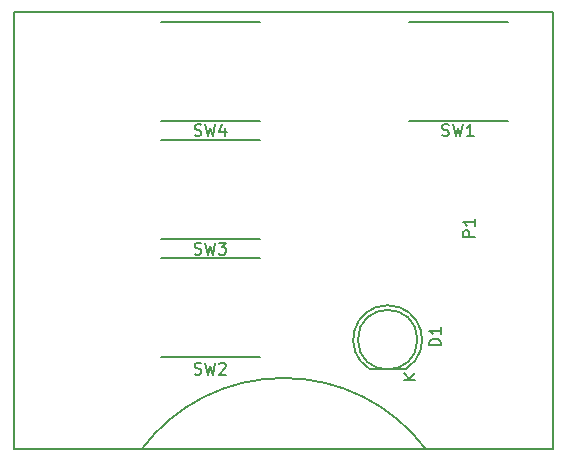
<source format=gbr>
G04 #@! TF.FileFunction,Legend,Top*
%FSLAX46Y46*%
G04 Gerber Fmt 4.6, Leading zero omitted, Abs format (unit mm)*
G04 Created by KiCad (PCBNEW (2015-08-05 BZR 6055, Git fa29c62)-product) date 3/31/2016 4:17:10 PM*
%MOMM*%
G01*
G04 APERTURE LIST*
%ADD10C,0.100000*%
%ADD11C,0.150000*%
G04 APERTURE END LIST*
D10*
D11*
X109400000Y-77000000D02*
X155000000Y-77000000D01*
X109400000Y-40000000D02*
X155000000Y-40000000D01*
X109400000Y-40000000D02*
X109400000Y-77000000D01*
X155000000Y-40000000D02*
X155000000Y-77000000D01*
X144214668Y-76979543D02*
G75*
G03X120170000Y-77000000I-12014668J-9020457D01*
G01*
X142524904Y-70214888D02*
G75*
G03X139500000Y-70230000I-1524904J2484888D01*
G01*
X142500000Y-70230000D02*
X139500000Y-70230000D01*
X143517936Y-67730000D02*
G75*
G03X143517936Y-67730000I-2517936J0D01*
G01*
X121800000Y-40800000D02*
X130200000Y-40800000D01*
X130200000Y-49200000D02*
X121800000Y-49200000D01*
X121800000Y-50800000D02*
X130200000Y-50800000D01*
X130200000Y-59200000D02*
X121800000Y-59200000D01*
X121800000Y-60800000D02*
X130200000Y-60800000D01*
X130200000Y-69200000D02*
X121800000Y-69200000D01*
X142800000Y-40800000D02*
X151200000Y-40800000D01*
X151200000Y-49200000D02*
X142800000Y-49200000D01*
X145516381Y-68214095D02*
X144516381Y-68214095D01*
X144516381Y-67976000D01*
X144564000Y-67833142D01*
X144659238Y-67737904D01*
X144754476Y-67690285D01*
X144944952Y-67642666D01*
X145087810Y-67642666D01*
X145278286Y-67690285D01*
X145373524Y-67737904D01*
X145468762Y-67833142D01*
X145516381Y-67976000D01*
X145516381Y-68214095D01*
X145516381Y-66690285D02*
X145516381Y-67261714D01*
X145516381Y-66976000D02*
X144516381Y-66976000D01*
X144659238Y-67071238D01*
X144754476Y-67166476D01*
X144802095Y-67261714D01*
X143357381Y-71166905D02*
X142357381Y-71166905D01*
X143357381Y-70595476D02*
X142785952Y-71024048D01*
X142357381Y-70595476D02*
X142928810Y-71166905D01*
X148407381Y-59031095D02*
X147407381Y-59031095D01*
X147407381Y-58650142D01*
X147455000Y-58554904D01*
X147502619Y-58507285D01*
X147597857Y-58459666D01*
X147740714Y-58459666D01*
X147835952Y-58507285D01*
X147883571Y-58554904D01*
X147931190Y-58650142D01*
X147931190Y-59031095D01*
X148407381Y-57507285D02*
X148407381Y-58078714D01*
X148407381Y-57793000D02*
X147407381Y-57793000D01*
X147550238Y-57888238D01*
X147645476Y-57983476D01*
X147693095Y-58078714D01*
X124650667Y-50442762D02*
X124793524Y-50490381D01*
X125031620Y-50490381D01*
X125126858Y-50442762D01*
X125174477Y-50395143D01*
X125222096Y-50299905D01*
X125222096Y-50204667D01*
X125174477Y-50109429D01*
X125126858Y-50061810D01*
X125031620Y-50014190D01*
X124841143Y-49966571D01*
X124745905Y-49918952D01*
X124698286Y-49871333D01*
X124650667Y-49776095D01*
X124650667Y-49680857D01*
X124698286Y-49585619D01*
X124745905Y-49538000D01*
X124841143Y-49490381D01*
X125079239Y-49490381D01*
X125222096Y-49538000D01*
X125555429Y-49490381D02*
X125793524Y-50490381D01*
X125984001Y-49776095D01*
X126174477Y-50490381D01*
X126412572Y-49490381D01*
X127222096Y-49823714D02*
X127222096Y-50490381D01*
X126984000Y-49442762D02*
X126745905Y-50157048D01*
X127364953Y-50157048D01*
X124650667Y-60475762D02*
X124793524Y-60523381D01*
X125031620Y-60523381D01*
X125126858Y-60475762D01*
X125174477Y-60428143D01*
X125222096Y-60332905D01*
X125222096Y-60237667D01*
X125174477Y-60142429D01*
X125126858Y-60094810D01*
X125031620Y-60047190D01*
X124841143Y-59999571D01*
X124745905Y-59951952D01*
X124698286Y-59904333D01*
X124650667Y-59809095D01*
X124650667Y-59713857D01*
X124698286Y-59618619D01*
X124745905Y-59571000D01*
X124841143Y-59523381D01*
X125079239Y-59523381D01*
X125222096Y-59571000D01*
X125555429Y-59523381D02*
X125793524Y-60523381D01*
X125984001Y-59809095D01*
X126174477Y-60523381D01*
X126412572Y-59523381D01*
X126698286Y-59523381D02*
X127317334Y-59523381D01*
X126984000Y-59904333D01*
X127126858Y-59904333D01*
X127222096Y-59951952D01*
X127269715Y-59999571D01*
X127317334Y-60094810D01*
X127317334Y-60332905D01*
X127269715Y-60428143D01*
X127222096Y-60475762D01*
X127126858Y-60523381D01*
X126841143Y-60523381D01*
X126745905Y-60475762D01*
X126698286Y-60428143D01*
X124650667Y-70635762D02*
X124793524Y-70683381D01*
X125031620Y-70683381D01*
X125126858Y-70635762D01*
X125174477Y-70588143D01*
X125222096Y-70492905D01*
X125222096Y-70397667D01*
X125174477Y-70302429D01*
X125126858Y-70254810D01*
X125031620Y-70207190D01*
X124841143Y-70159571D01*
X124745905Y-70111952D01*
X124698286Y-70064333D01*
X124650667Y-69969095D01*
X124650667Y-69873857D01*
X124698286Y-69778619D01*
X124745905Y-69731000D01*
X124841143Y-69683381D01*
X125079239Y-69683381D01*
X125222096Y-69731000D01*
X125555429Y-69683381D02*
X125793524Y-70683381D01*
X125984001Y-69969095D01*
X126174477Y-70683381D01*
X126412572Y-69683381D01*
X126745905Y-69778619D02*
X126793524Y-69731000D01*
X126888762Y-69683381D01*
X127126858Y-69683381D01*
X127222096Y-69731000D01*
X127269715Y-69778619D01*
X127317334Y-69873857D01*
X127317334Y-69969095D01*
X127269715Y-70111952D01*
X126698286Y-70683381D01*
X127317334Y-70683381D01*
X145605667Y-50442762D02*
X145748524Y-50490381D01*
X145986620Y-50490381D01*
X146081858Y-50442762D01*
X146129477Y-50395143D01*
X146177096Y-50299905D01*
X146177096Y-50204667D01*
X146129477Y-50109429D01*
X146081858Y-50061810D01*
X145986620Y-50014190D01*
X145796143Y-49966571D01*
X145700905Y-49918952D01*
X145653286Y-49871333D01*
X145605667Y-49776095D01*
X145605667Y-49680857D01*
X145653286Y-49585619D01*
X145700905Y-49538000D01*
X145796143Y-49490381D01*
X146034239Y-49490381D01*
X146177096Y-49538000D01*
X146510429Y-49490381D02*
X146748524Y-50490381D01*
X146939001Y-49776095D01*
X147129477Y-50490381D01*
X147367572Y-49490381D01*
X148272334Y-50490381D02*
X147700905Y-50490381D01*
X147986619Y-50490381D02*
X147986619Y-49490381D01*
X147891381Y-49633238D01*
X147796143Y-49728476D01*
X147700905Y-49776095D01*
M02*

</source>
